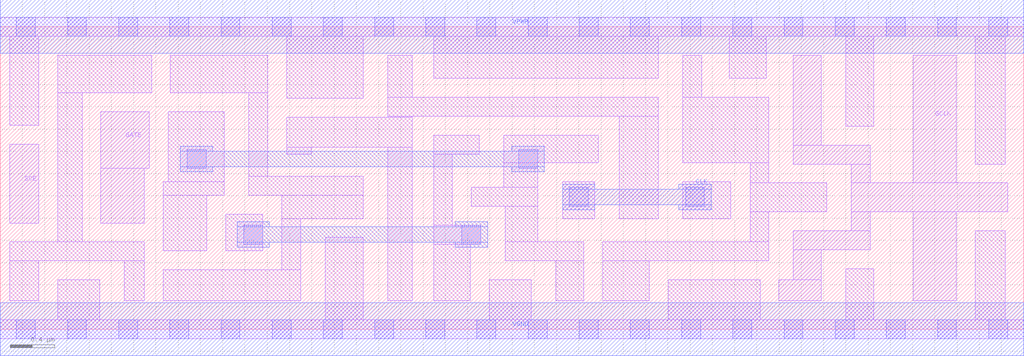
<source format=lef>
# Copyright 2020 The SkyWater PDK Authors
#
# Licensed under the Apache License, Version 2.0 (the "License");
# you may not use this file except in compliance with the License.
# You may obtain a copy of the License at
#
#     https://www.apache.org/licenses/LICENSE-2.0
#
# Unless required by applicable law or agreed to in writing, software
# distributed under the License is distributed on an "AS IS" BASIS,
# WITHOUT WARRANTIES OR CONDITIONS OF ANY KIND, either express or implied.
# See the License for the specific language governing permissions and
# limitations under the License.
#
# SPDX-License-Identifier: Apache-2.0

VERSION 5.7 ;
  NAMESCASESENSITIVE ON ;
  NOWIREEXTENSIONATPIN ON ;
  DIVIDERCHAR "/" ;
  BUSBITCHARS "[]" ;
UNITS
  DATABASE MICRONS 200 ;
END UNITS
PROPERTYDEFINITIONS
  MACRO maskLayoutSubType STRING ;
  MACRO prCellType STRING ;
  MACRO originalViewName STRING ;
END PROPERTYDEFINITIONS
MACRO sky130_fd_sc_hdll__sdlclkp_4
  CLASS CORE ;
  FOREIGN sky130_fd_sc_hdll__sdlclkp_4 ;
  ORIGIN  0.000000  0.000000 ;
  SIZE  9.200000 BY  2.720000 ;
  SYMMETRY X Y R90 ;
  SITE unithd ;
  PIN CLK
    ANTENNAGATEAREA  0.455700 ;
    DIRECTION INPUT ;
    USE SIGNAL ;
    PORT
      LAYER met1 ;
        RECT 5.055000 1.075000 5.345000 1.120000 ;
        RECT 5.055000 1.120000 6.390000 1.260000 ;
        RECT 5.055000 1.260000 5.345000 1.305000 ;
        RECT 6.100000 1.075000 6.390000 1.120000 ;
        RECT 6.100000 1.260000 6.390000 1.305000 ;
    END
  END CLK
  PIN GATE
    ANTENNAGATEAREA  0.178200 ;
    DIRECTION INPUT ;
    USE SIGNAL ;
    PORT
      LAYER li1 ;
        RECT 0.905000 0.955000 1.295000 1.445000 ;
        RECT 0.905000 1.445000 1.340000 1.955000 ;
    END
  END GATE
  PIN GCLK
    ANTENNADIFFAREA  1.251250 ;
    DIRECTION OUTPUT ;
    USE SIGNAL ;
    PORT
      LAYER li1 ;
        RECT 7.000000 0.255000 7.380000 0.445000 ;
        RECT 7.130000 0.445000 7.380000 0.715000 ;
        RECT 7.130000 0.715000 7.820000 0.885000 ;
        RECT 7.130000 1.485000 7.820000 1.655000 ;
        RECT 7.130000 1.655000 7.380000 2.465000 ;
        RECT 7.650000 0.885000 7.820000 1.055000 ;
        RECT 7.650000 1.055000 9.055000 1.315000 ;
        RECT 7.650000 1.315000 7.820000 1.485000 ;
        RECT 8.205000 0.255000 8.595000 1.055000 ;
        RECT 8.205000 1.315000 8.595000 2.465000 ;
    END
  END GCLK
  PIN SCE
    ANTENNAGATEAREA  0.178200 ;
    DIRECTION INPUT ;
    USE SIGNAL ;
    PORT
      LAYER li1 ;
        RECT 0.085000 0.955000 0.345000 1.665000 ;
    END
  END SCE
  PIN VGND
    DIRECTION INOUT ;
    USE GROUND ;
    PORT
      LAYER met1 ;
        RECT 0.000000 -0.240000 9.200000 0.240000 ;
    END
  END VGND
  PIN VPWR
    DIRECTION INOUT ;
    USE POWER ;
    PORT
      LAYER met1 ;
        RECT 0.000000 2.480000 9.200000 2.960000 ;
    END
  END VPWR
  OBS
    LAYER li1 ;
      RECT 0.000000 -0.085000 9.200000 0.085000 ;
      RECT 0.000000  2.635000 9.200000 2.805000 ;
      RECT 0.085000  0.255000 0.345000 0.615000 ;
      RECT 0.085000  0.615000 1.295000 0.785000 ;
      RECT 0.085000  1.835000 0.345000 2.635000 ;
      RECT 0.515000  0.085000 0.895000 0.445000 ;
      RECT 0.515000  0.785000 0.735000 2.125000 ;
      RECT 0.515000  2.125000 1.360000 2.465000 ;
      RECT 1.115000  0.255000 1.295000 0.615000 ;
      RECT 1.465000  0.255000 2.700000 0.535000 ;
      RECT 1.465000  0.705000 1.855000 1.205000 ;
      RECT 1.465000  1.205000 2.015000 1.325000 ;
      RECT 1.510000  1.325000 2.015000 1.955000 ;
      RECT 1.530000  2.125000 2.405000 2.465000 ;
      RECT 2.025000  0.705000 2.360000 1.035000 ;
      RECT 2.235000  1.205000 3.265000 1.375000 ;
      RECT 2.235000  1.375000 2.405000 2.125000 ;
      RECT 2.530000  0.535000 2.700000 0.995000 ;
      RECT 2.530000  0.995000 3.265000 1.205000 ;
      RECT 2.575000  1.575000 2.795000 1.635000 ;
      RECT 2.575000  1.635000 3.705000 1.905000 ;
      RECT 2.575000  2.075000 3.265000 2.635000 ;
      RECT 2.920000  0.085000 3.265000 0.825000 ;
      RECT 3.485000  0.255000 3.705000 1.635000 ;
      RECT 3.485000  1.905000 3.705000 1.915000 ;
      RECT 3.485000  1.915000 5.915000 2.085000 ;
      RECT 3.485000  2.085000 3.705000 2.465000 ;
      RECT 3.895000  0.255000 4.225000 0.765000 ;
      RECT 3.895000  0.765000 4.320000 0.935000 ;
      RECT 3.895000  0.935000 4.065000 1.575000 ;
      RECT 3.895000  1.575000 4.305000 1.745000 ;
      RECT 3.895000  2.255000 5.915000 2.635000 ;
      RECT 4.235000  1.105000 4.830000 1.275000 ;
      RECT 4.395000  0.085000 4.775000 0.445000 ;
      RECT 4.525000  1.275000 4.830000 1.495000 ;
      RECT 4.525000  1.495000 5.375000 1.745000 ;
      RECT 4.540000  0.615000 5.245000 0.785000 ;
      RECT 4.540000  0.785000 4.830000 1.105000 ;
      RECT 4.995000  0.255000 5.245000 0.615000 ;
      RECT 5.055000  0.995000 5.345000 1.325000 ;
      RECT 5.415000  0.255000 5.835000 0.615000 ;
      RECT 5.415000  0.615000 6.910000 0.785000 ;
      RECT 5.565000  0.995000 5.915000 1.915000 ;
      RECT 6.005000  0.085000 6.830000 0.445000 ;
      RECT 6.135000  0.995000 6.565000 1.325000 ;
      RECT 6.135000  1.495000 6.910000 2.085000 ;
      RECT 6.135000  2.085000 6.305000 2.465000 ;
      RECT 6.555000  2.255000 6.885000 2.635000 ;
      RECT 6.740000  0.785000 6.910000 1.055000 ;
      RECT 6.740000  1.055000 7.430000 1.315000 ;
      RECT 6.740000  1.315000 6.910000 1.495000 ;
      RECT 7.600000  0.085000 7.850000 0.545000 ;
      RECT 7.600000  1.825000 7.850000 2.635000 ;
      RECT 8.765000  0.085000 9.035000 0.885000 ;
      RECT 8.765000  1.485000 9.035000 2.635000 ;
    LAYER mcon ;
      RECT 0.145000 -0.085000 0.315000 0.085000 ;
      RECT 0.145000  2.635000 0.315000 2.805000 ;
      RECT 0.605000 -0.085000 0.775000 0.085000 ;
      RECT 0.605000  2.635000 0.775000 2.805000 ;
      RECT 1.065000 -0.085000 1.235000 0.085000 ;
      RECT 1.065000  2.635000 1.235000 2.805000 ;
      RECT 1.525000 -0.085000 1.695000 0.085000 ;
      RECT 1.525000  2.635000 1.695000 2.805000 ;
      RECT 1.680000  1.445000 1.850000 1.615000 ;
      RECT 1.985000 -0.085000 2.155000 0.085000 ;
      RECT 1.985000  2.635000 2.155000 2.805000 ;
      RECT 2.190000  0.765000 2.360000 0.935000 ;
      RECT 2.445000 -0.085000 2.615000 0.085000 ;
      RECT 2.445000  2.635000 2.615000 2.805000 ;
      RECT 2.905000 -0.085000 3.075000 0.085000 ;
      RECT 2.905000  2.635000 3.075000 2.805000 ;
      RECT 3.365000 -0.085000 3.535000 0.085000 ;
      RECT 3.365000  2.635000 3.535000 2.805000 ;
      RECT 3.825000 -0.085000 3.995000 0.085000 ;
      RECT 3.825000  2.635000 3.995000 2.805000 ;
      RECT 4.150000  0.765000 4.320000 0.935000 ;
      RECT 4.285000 -0.085000 4.455000 0.085000 ;
      RECT 4.285000  2.635000 4.455000 2.805000 ;
      RECT 4.660000  1.445000 4.830000 1.615000 ;
      RECT 4.745000 -0.085000 4.915000 0.085000 ;
      RECT 4.745000  2.635000 4.915000 2.805000 ;
      RECT 5.115000  1.105000 5.285000 1.275000 ;
      RECT 5.205000 -0.085000 5.375000 0.085000 ;
      RECT 5.205000  2.635000 5.375000 2.805000 ;
      RECT 5.665000 -0.085000 5.835000 0.085000 ;
      RECT 5.665000  2.635000 5.835000 2.805000 ;
      RECT 6.125000 -0.085000 6.295000 0.085000 ;
      RECT 6.125000  2.635000 6.295000 2.805000 ;
      RECT 6.160000  1.105000 6.330000 1.275000 ;
      RECT 6.585000 -0.085000 6.755000 0.085000 ;
      RECT 6.585000  2.635000 6.755000 2.805000 ;
      RECT 7.045000 -0.085000 7.215000 0.085000 ;
      RECT 7.045000  2.635000 7.215000 2.805000 ;
      RECT 7.505000 -0.085000 7.675000 0.085000 ;
      RECT 7.505000  2.635000 7.675000 2.805000 ;
      RECT 7.965000 -0.085000 8.135000 0.085000 ;
      RECT 7.965000  2.635000 8.135000 2.805000 ;
      RECT 8.425000 -0.085000 8.595000 0.085000 ;
      RECT 8.425000  2.635000 8.595000 2.805000 ;
      RECT 8.885000 -0.085000 9.055000 0.085000 ;
      RECT 8.885000  2.635000 9.055000 2.805000 ;
    LAYER met1 ;
      RECT 1.620000 1.415000 1.910000 1.460000 ;
      RECT 1.620000 1.460000 4.890000 1.600000 ;
      RECT 1.620000 1.600000 1.910000 1.645000 ;
      RECT 2.130000 0.735000 2.420000 0.780000 ;
      RECT 2.130000 0.780000 4.380000 0.920000 ;
      RECT 2.130000 0.920000 2.420000 0.965000 ;
      RECT 4.090000 0.735000 4.380000 0.780000 ;
      RECT 4.090000 0.920000 4.380000 0.965000 ;
      RECT 4.600000 1.415000 4.890000 1.460000 ;
      RECT 4.600000 1.600000 4.890000 1.645000 ;
  END
  PROPERTY maskLayoutSubType "abstract" ;
  PROPERTY prCellType "standard" ;
  PROPERTY originalViewName "layout" ;
END sky130_fd_sc_hdll__sdlclkp_4

</source>
